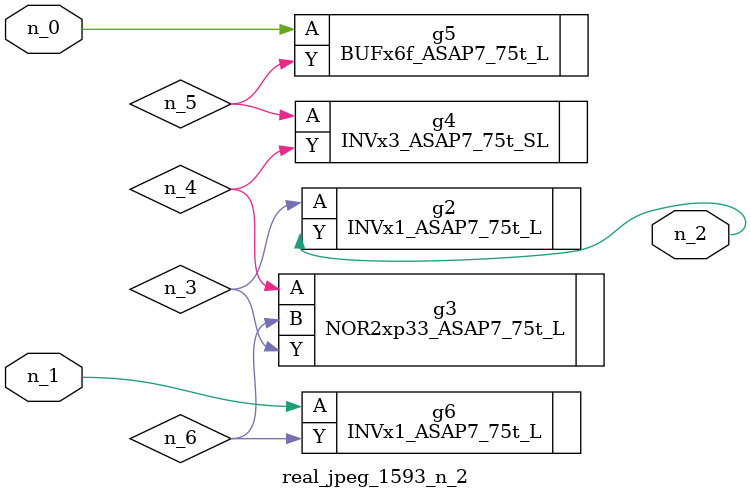
<source format=v>
module real_jpeg_1593_n_2 (n_1, n_0, n_2);

input n_1;
input n_0;

output n_2;

wire n_5;
wire n_4;
wire n_6;
wire n_3;

BUFx6f_ASAP7_75t_L g5 ( 
.A(n_0),
.Y(n_5)
);

INVx1_ASAP7_75t_L g6 ( 
.A(n_1),
.Y(n_6)
);

INVx1_ASAP7_75t_L g2 ( 
.A(n_3),
.Y(n_2)
);

NOR2xp33_ASAP7_75t_L g3 ( 
.A(n_4),
.B(n_6),
.Y(n_3)
);

INVx3_ASAP7_75t_SL g4 ( 
.A(n_5),
.Y(n_4)
);


endmodule
</source>
